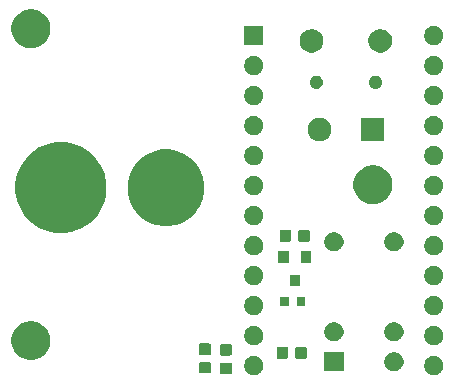
<source format=gbr>
G04 #@! TF.GenerationSoftware,KiCad,Pcbnew,5.0.1-33cea8e~66~ubuntu18.04.1*
G04 #@! TF.CreationDate,2018-10-18T18:40:30+09:00*
G04 #@! TF.ProjectId,touch_relay_jack,746F7563685F72656C61795F6A61636B,rev?*
G04 #@! TF.SameCoordinates,Original*
G04 #@! TF.FileFunction,Soldermask,Top*
G04 #@! TF.FilePolarity,Negative*
%FSLAX46Y46*%
G04 Gerber Fmt 4.6, Leading zero omitted, Abs format (unit mm)*
G04 Created by KiCad (PCBNEW 5.0.1-33cea8e~66~ubuntu18.04.1) date 2018年10月18日 18時40分30秒*
%MOMM*%
%LPD*%
G01*
G04 APERTURE LIST*
%ADD10C,0.100000*%
G04 APERTURE END LIST*
D10*
G36*
X120708142Y-115879242D02*
X120856102Y-115940530D01*
X120989258Y-116029502D01*
X121102498Y-116142742D01*
X121191470Y-116275898D01*
X121252758Y-116423858D01*
X121284000Y-116580925D01*
X121284000Y-116741075D01*
X121252758Y-116898142D01*
X121225686Y-116963498D01*
X121191471Y-117046100D01*
X121102499Y-117179257D01*
X120989257Y-117292499D01*
X120957666Y-117313607D01*
X120856102Y-117381470D01*
X120708142Y-117442758D01*
X120551075Y-117474000D01*
X120390925Y-117474000D01*
X120233858Y-117442758D01*
X120085898Y-117381470D01*
X119984334Y-117313607D01*
X119952743Y-117292499D01*
X119839501Y-117179257D01*
X119750529Y-117046100D01*
X119716314Y-116963498D01*
X119689242Y-116898142D01*
X119658000Y-116741075D01*
X119658000Y-116580925D01*
X119689242Y-116423858D01*
X119750530Y-116275898D01*
X119839502Y-116142742D01*
X119952742Y-116029502D01*
X120085898Y-115940530D01*
X120233858Y-115879242D01*
X120390925Y-115848000D01*
X120551075Y-115848000D01*
X120708142Y-115879242D01*
X120708142Y-115879242D01*
G37*
G36*
X105468142Y-115879242D02*
X105616102Y-115940530D01*
X105749258Y-116029502D01*
X105862498Y-116142742D01*
X105951470Y-116275898D01*
X106012758Y-116423858D01*
X106044000Y-116580925D01*
X106044000Y-116741075D01*
X106012758Y-116898142D01*
X105985686Y-116963498D01*
X105951471Y-117046100D01*
X105862499Y-117179257D01*
X105749257Y-117292499D01*
X105717666Y-117313607D01*
X105616102Y-117381470D01*
X105468142Y-117442758D01*
X105311075Y-117474000D01*
X105150925Y-117474000D01*
X104993858Y-117442758D01*
X104845898Y-117381470D01*
X104744334Y-117313607D01*
X104712743Y-117292499D01*
X104599501Y-117179257D01*
X104510529Y-117046100D01*
X104476314Y-116963498D01*
X104449242Y-116898142D01*
X104418000Y-116741075D01*
X104418000Y-116580925D01*
X104449242Y-116423858D01*
X104510530Y-116275898D01*
X104599502Y-116142742D01*
X104712742Y-116029502D01*
X104845898Y-115940530D01*
X104993858Y-115879242D01*
X105150925Y-115848000D01*
X105311075Y-115848000D01*
X105468142Y-115879242D01*
X105468142Y-115879242D01*
G37*
G36*
X103249591Y-116407085D02*
X103283569Y-116417393D01*
X103314887Y-116434133D01*
X103342339Y-116456661D01*
X103364867Y-116484113D01*
X103381607Y-116515431D01*
X103391915Y-116549409D01*
X103396000Y-116590890D01*
X103396000Y-117192110D01*
X103391915Y-117233591D01*
X103381607Y-117267569D01*
X103364867Y-117298887D01*
X103342339Y-117326339D01*
X103314887Y-117348867D01*
X103283569Y-117365607D01*
X103249591Y-117375915D01*
X103208110Y-117380000D01*
X102531890Y-117380000D01*
X102490409Y-117375915D01*
X102456431Y-117365607D01*
X102425113Y-117348867D01*
X102397661Y-117326339D01*
X102375133Y-117298887D01*
X102358393Y-117267569D01*
X102348085Y-117233591D01*
X102344000Y-117192110D01*
X102344000Y-116590890D01*
X102348085Y-116549409D01*
X102358393Y-116515431D01*
X102375133Y-116484113D01*
X102397661Y-116456661D01*
X102425113Y-116434133D01*
X102456431Y-116417393D01*
X102490409Y-116407085D01*
X102531890Y-116403000D01*
X103208110Y-116403000D01*
X103249591Y-116407085D01*
X103249591Y-116407085D01*
G37*
G36*
X101471591Y-116355085D02*
X101505569Y-116365393D01*
X101536887Y-116382133D01*
X101564339Y-116404661D01*
X101586867Y-116432113D01*
X101603607Y-116463431D01*
X101613915Y-116497409D01*
X101618000Y-116538890D01*
X101618000Y-117140110D01*
X101613915Y-117181591D01*
X101603607Y-117215569D01*
X101586867Y-117246887D01*
X101564339Y-117274339D01*
X101536887Y-117296867D01*
X101505569Y-117313607D01*
X101471591Y-117323915D01*
X101430110Y-117328000D01*
X100753890Y-117328000D01*
X100712409Y-117323915D01*
X100678431Y-117313607D01*
X100647113Y-117296867D01*
X100619661Y-117274339D01*
X100597133Y-117246887D01*
X100580393Y-117215569D01*
X100570085Y-117181591D01*
X100566000Y-117140110D01*
X100566000Y-116538890D01*
X100570085Y-116497409D01*
X100580393Y-116463431D01*
X100597133Y-116432113D01*
X100619661Y-116404661D01*
X100647113Y-116382133D01*
X100678431Y-116365393D01*
X100712409Y-116355085D01*
X100753890Y-116351000D01*
X101430110Y-116351000D01*
X101471591Y-116355085D01*
X101471591Y-116355085D01*
G37*
G36*
X112827000Y-117145000D02*
X111201000Y-117145000D01*
X111201000Y-115519000D01*
X112827000Y-115519000D01*
X112827000Y-117145000D01*
X112827000Y-117145000D01*
G37*
G36*
X117331142Y-115550242D02*
X117445583Y-115597646D01*
X117467179Y-115606591D01*
X117479102Y-115611530D01*
X117487453Y-115617110D01*
X117612257Y-115700501D01*
X117725499Y-115813743D01*
X117750894Y-115851750D01*
X117813349Y-115945220D01*
X117814471Y-115946900D01*
X117828354Y-115980417D01*
X117875758Y-116094858D01*
X117907000Y-116251925D01*
X117907000Y-116412075D01*
X117875758Y-116569142D01*
X117814470Y-116717102D01*
X117725498Y-116850258D01*
X117612258Y-116963498D01*
X117479102Y-117052470D01*
X117331142Y-117113758D01*
X117174075Y-117145000D01*
X117013925Y-117145000D01*
X116856858Y-117113758D01*
X116708898Y-117052470D01*
X116575742Y-116963498D01*
X116462502Y-116850258D01*
X116373530Y-116717102D01*
X116312242Y-116569142D01*
X116281000Y-116412075D01*
X116281000Y-116251925D01*
X116312242Y-116094858D01*
X116359646Y-115980417D01*
X116373529Y-115946900D01*
X116374652Y-115945220D01*
X116437106Y-115851750D01*
X116462501Y-115813743D01*
X116575743Y-115700501D01*
X116700547Y-115617110D01*
X116708898Y-115611530D01*
X116720822Y-115606591D01*
X116742417Y-115597646D01*
X116856858Y-115550242D01*
X117013925Y-115519000D01*
X117174075Y-115519000D01*
X117331142Y-115550242D01*
X117331142Y-115550242D01*
G37*
G36*
X86735256Y-112945298D02*
X86841579Y-112966447D01*
X87054037Y-113054450D01*
X87095272Y-113071530D01*
X87142042Y-113090903D01*
X87246202Y-113160501D01*
X87412454Y-113271587D01*
X87642413Y-113501546D01*
X87642415Y-113501549D01*
X87823097Y-113771958D01*
X87929627Y-114029143D01*
X87947553Y-114072422D01*
X88011000Y-114391389D01*
X88011000Y-114716611D01*
X87983052Y-114857113D01*
X87947553Y-115035579D01*
X87823097Y-115336042D01*
X87670038Y-115565110D01*
X87642413Y-115606454D01*
X87412454Y-115836413D01*
X87412451Y-115836415D01*
X87142042Y-116017097D01*
X87142041Y-116017098D01*
X87142040Y-116017098D01*
X87054037Y-116053550D01*
X86841579Y-116141553D01*
X86835601Y-116142742D01*
X86522611Y-116205000D01*
X86197389Y-116205000D01*
X85884399Y-116142742D01*
X85878421Y-116141553D01*
X85665963Y-116053550D01*
X85577960Y-116017098D01*
X85577959Y-116017098D01*
X85577958Y-116017097D01*
X85307549Y-115836415D01*
X85307546Y-115836413D01*
X85077587Y-115606454D01*
X85049962Y-115565110D01*
X84896903Y-115336042D01*
X84772447Y-115035579D01*
X84736948Y-114857113D01*
X84709000Y-114716611D01*
X84709000Y-114391389D01*
X84772447Y-114072422D01*
X84790374Y-114029143D01*
X84896903Y-113771958D01*
X85077585Y-113501549D01*
X85077587Y-113501546D01*
X85307546Y-113271587D01*
X85473798Y-113160501D01*
X85577958Y-113090903D01*
X85624729Y-113071530D01*
X85665963Y-113054450D01*
X85878421Y-112966447D01*
X85984744Y-112945298D01*
X86197389Y-112903000D01*
X86522611Y-112903000D01*
X86735256Y-112945298D01*
X86735256Y-112945298D01*
G37*
G36*
X107986591Y-115048085D02*
X108020569Y-115058393D01*
X108051887Y-115075133D01*
X108079339Y-115097661D01*
X108101867Y-115125113D01*
X108118607Y-115156431D01*
X108128915Y-115190409D01*
X108133000Y-115231890D01*
X108133000Y-115908110D01*
X108128915Y-115949591D01*
X108118607Y-115983569D01*
X108101867Y-116014887D01*
X108079339Y-116042339D01*
X108051887Y-116064867D01*
X108020569Y-116081607D01*
X107986591Y-116091915D01*
X107945110Y-116096000D01*
X107343890Y-116096000D01*
X107302409Y-116091915D01*
X107268431Y-116081607D01*
X107237113Y-116064867D01*
X107209661Y-116042339D01*
X107187133Y-116014887D01*
X107170393Y-115983569D01*
X107160085Y-115949591D01*
X107156000Y-115908110D01*
X107156000Y-115231890D01*
X107160085Y-115190409D01*
X107170393Y-115156431D01*
X107187133Y-115125113D01*
X107209661Y-115097661D01*
X107237113Y-115075133D01*
X107268431Y-115058393D01*
X107302409Y-115048085D01*
X107343890Y-115044000D01*
X107945110Y-115044000D01*
X107986591Y-115048085D01*
X107986591Y-115048085D01*
G37*
G36*
X109561591Y-115048085D02*
X109595569Y-115058393D01*
X109626887Y-115075133D01*
X109654339Y-115097661D01*
X109676867Y-115125113D01*
X109693607Y-115156431D01*
X109703915Y-115190409D01*
X109708000Y-115231890D01*
X109708000Y-115908110D01*
X109703915Y-115949591D01*
X109693607Y-115983569D01*
X109676867Y-116014887D01*
X109654339Y-116042339D01*
X109626887Y-116064867D01*
X109595569Y-116081607D01*
X109561591Y-116091915D01*
X109520110Y-116096000D01*
X108918890Y-116096000D01*
X108877409Y-116091915D01*
X108843431Y-116081607D01*
X108812113Y-116064867D01*
X108784661Y-116042339D01*
X108762133Y-116014887D01*
X108745393Y-115983569D01*
X108735085Y-115949591D01*
X108731000Y-115908110D01*
X108731000Y-115231890D01*
X108735085Y-115190409D01*
X108745393Y-115156431D01*
X108762133Y-115125113D01*
X108784661Y-115097661D01*
X108812113Y-115075133D01*
X108843431Y-115058393D01*
X108877409Y-115048085D01*
X108918890Y-115044000D01*
X109520110Y-115044000D01*
X109561591Y-115048085D01*
X109561591Y-115048085D01*
G37*
G36*
X103249591Y-114832085D02*
X103283569Y-114842393D01*
X103314887Y-114859133D01*
X103342339Y-114881661D01*
X103364867Y-114909113D01*
X103381607Y-114940431D01*
X103391915Y-114974409D01*
X103396000Y-115015890D01*
X103396000Y-115617110D01*
X103391915Y-115658591D01*
X103381607Y-115692569D01*
X103364867Y-115723887D01*
X103342339Y-115751339D01*
X103314887Y-115773867D01*
X103283569Y-115790607D01*
X103249591Y-115800915D01*
X103208110Y-115805000D01*
X102531890Y-115805000D01*
X102490409Y-115800915D01*
X102456431Y-115790607D01*
X102425113Y-115773867D01*
X102397661Y-115751339D01*
X102375133Y-115723887D01*
X102358393Y-115692569D01*
X102348085Y-115658591D01*
X102344000Y-115617110D01*
X102344000Y-115015890D01*
X102348085Y-114974409D01*
X102358393Y-114940431D01*
X102375133Y-114909113D01*
X102397661Y-114881661D01*
X102425113Y-114859133D01*
X102456431Y-114842393D01*
X102490409Y-114832085D01*
X102531890Y-114828000D01*
X103208110Y-114828000D01*
X103249591Y-114832085D01*
X103249591Y-114832085D01*
G37*
G36*
X101471591Y-114780085D02*
X101505569Y-114790393D01*
X101536887Y-114807133D01*
X101564339Y-114829661D01*
X101586867Y-114857113D01*
X101603607Y-114888431D01*
X101613915Y-114922409D01*
X101618000Y-114963890D01*
X101618000Y-115565110D01*
X101613915Y-115606591D01*
X101603607Y-115640569D01*
X101586867Y-115671887D01*
X101564339Y-115699339D01*
X101536887Y-115721867D01*
X101505569Y-115738607D01*
X101471591Y-115748915D01*
X101430110Y-115753000D01*
X100753890Y-115753000D01*
X100712409Y-115748915D01*
X100678431Y-115738607D01*
X100647113Y-115721867D01*
X100619661Y-115699339D01*
X100597133Y-115671887D01*
X100580393Y-115640569D01*
X100570085Y-115606591D01*
X100566000Y-115565110D01*
X100566000Y-114963890D01*
X100570085Y-114922409D01*
X100580393Y-114888431D01*
X100597133Y-114857113D01*
X100619661Y-114829661D01*
X100647113Y-114807133D01*
X100678431Y-114790393D01*
X100712409Y-114780085D01*
X100753890Y-114776000D01*
X101430110Y-114776000D01*
X101471591Y-114780085D01*
X101471591Y-114780085D01*
G37*
G36*
X120708142Y-113339242D02*
X120856102Y-113400530D01*
X120989258Y-113489502D01*
X121102498Y-113602742D01*
X121191470Y-113735898D01*
X121252758Y-113883858D01*
X121284000Y-114040925D01*
X121284000Y-114201075D01*
X121252758Y-114358142D01*
X121225686Y-114423498D01*
X121191471Y-114506100D01*
X121125389Y-114605000D01*
X121102498Y-114639258D01*
X120989258Y-114752498D01*
X120856102Y-114841470D01*
X120856101Y-114841471D01*
X120856100Y-114841471D01*
X120822583Y-114855354D01*
X120708142Y-114902758D01*
X120551075Y-114934000D01*
X120390925Y-114934000D01*
X120233858Y-114902758D01*
X120119417Y-114855354D01*
X120085900Y-114841471D01*
X120085899Y-114841471D01*
X120085898Y-114841470D01*
X119952742Y-114752498D01*
X119839502Y-114639258D01*
X119816612Y-114605000D01*
X119750529Y-114506100D01*
X119716314Y-114423498D01*
X119689242Y-114358142D01*
X119658000Y-114201075D01*
X119658000Y-114040925D01*
X119689242Y-113883858D01*
X119750530Y-113735898D01*
X119839502Y-113602742D01*
X119952742Y-113489502D01*
X120085898Y-113400530D01*
X120233858Y-113339242D01*
X120390925Y-113308000D01*
X120551075Y-113308000D01*
X120708142Y-113339242D01*
X120708142Y-113339242D01*
G37*
G36*
X105468142Y-113339242D02*
X105616102Y-113400530D01*
X105749258Y-113489502D01*
X105862498Y-113602742D01*
X105951470Y-113735898D01*
X106012758Y-113883858D01*
X106044000Y-114040925D01*
X106044000Y-114201075D01*
X106012758Y-114358142D01*
X105985686Y-114423498D01*
X105951471Y-114506100D01*
X105885389Y-114605000D01*
X105862498Y-114639258D01*
X105749258Y-114752498D01*
X105616102Y-114841470D01*
X105616101Y-114841471D01*
X105616100Y-114841471D01*
X105582583Y-114855354D01*
X105468142Y-114902758D01*
X105311075Y-114934000D01*
X105150925Y-114934000D01*
X104993858Y-114902758D01*
X104879417Y-114855354D01*
X104845900Y-114841471D01*
X104845899Y-114841471D01*
X104845898Y-114841470D01*
X104712742Y-114752498D01*
X104599502Y-114639258D01*
X104576612Y-114605000D01*
X104510529Y-114506100D01*
X104476314Y-114423498D01*
X104449242Y-114358142D01*
X104418000Y-114201075D01*
X104418000Y-114040925D01*
X104449242Y-113883858D01*
X104510530Y-113735898D01*
X104599502Y-113602742D01*
X104712742Y-113489502D01*
X104845898Y-113400530D01*
X104993858Y-113339242D01*
X105150925Y-113308000D01*
X105311075Y-113308000D01*
X105468142Y-113339242D01*
X105468142Y-113339242D01*
G37*
G36*
X112251142Y-113010242D02*
X112399102Y-113071530D01*
X112466130Y-113116317D01*
X112532257Y-113160501D01*
X112645499Y-113273743D01*
X112689264Y-113339242D01*
X112734470Y-113406898D01*
X112795758Y-113554858D01*
X112827000Y-113711925D01*
X112827000Y-113872075D01*
X112795758Y-114029142D01*
X112734470Y-114177102D01*
X112645498Y-114310258D01*
X112532258Y-114423498D01*
X112399102Y-114512470D01*
X112251142Y-114573758D01*
X112094075Y-114605000D01*
X111933925Y-114605000D01*
X111776858Y-114573758D01*
X111628898Y-114512470D01*
X111495742Y-114423498D01*
X111382502Y-114310258D01*
X111293530Y-114177102D01*
X111232242Y-114029142D01*
X111201000Y-113872075D01*
X111201000Y-113711925D01*
X111232242Y-113554858D01*
X111293530Y-113406898D01*
X111338736Y-113339242D01*
X111382501Y-113273743D01*
X111495743Y-113160501D01*
X111561870Y-113116317D01*
X111628898Y-113071530D01*
X111776858Y-113010242D01*
X111933925Y-112979000D01*
X112094075Y-112979000D01*
X112251142Y-113010242D01*
X112251142Y-113010242D01*
G37*
G36*
X117331142Y-113010242D02*
X117479102Y-113071530D01*
X117546130Y-113116317D01*
X117612257Y-113160501D01*
X117725499Y-113273743D01*
X117769264Y-113339242D01*
X117814470Y-113406898D01*
X117875758Y-113554858D01*
X117907000Y-113711925D01*
X117907000Y-113872075D01*
X117875758Y-114029142D01*
X117814470Y-114177102D01*
X117725498Y-114310258D01*
X117612258Y-114423498D01*
X117479102Y-114512470D01*
X117331142Y-114573758D01*
X117174075Y-114605000D01*
X117013925Y-114605000D01*
X116856858Y-114573758D01*
X116708898Y-114512470D01*
X116575742Y-114423498D01*
X116462502Y-114310258D01*
X116373530Y-114177102D01*
X116312242Y-114029142D01*
X116281000Y-113872075D01*
X116281000Y-113711925D01*
X116312242Y-113554858D01*
X116373530Y-113406898D01*
X116418736Y-113339242D01*
X116462501Y-113273743D01*
X116575743Y-113160501D01*
X116641870Y-113116317D01*
X116708898Y-113071530D01*
X116856858Y-113010242D01*
X117013925Y-112979000D01*
X117174075Y-112979000D01*
X117331142Y-113010242D01*
X117331142Y-113010242D01*
G37*
G36*
X120708142Y-110799242D02*
X120856102Y-110860530D01*
X120989258Y-110949502D01*
X121102498Y-111062742D01*
X121191470Y-111195898D01*
X121252758Y-111343858D01*
X121284000Y-111500925D01*
X121284000Y-111661075D01*
X121252758Y-111818142D01*
X121191470Y-111966102D01*
X121102498Y-112099258D01*
X120989258Y-112212498D01*
X120856102Y-112301470D01*
X120708142Y-112362758D01*
X120551075Y-112394000D01*
X120390925Y-112394000D01*
X120233858Y-112362758D01*
X120085898Y-112301470D01*
X119952742Y-112212498D01*
X119839502Y-112099258D01*
X119750530Y-111966102D01*
X119689242Y-111818142D01*
X119658000Y-111661075D01*
X119658000Y-111500925D01*
X119689242Y-111343858D01*
X119750530Y-111195898D01*
X119839502Y-111062742D01*
X119952742Y-110949502D01*
X120085898Y-110860530D01*
X120233858Y-110799242D01*
X120390925Y-110768000D01*
X120551075Y-110768000D01*
X120708142Y-110799242D01*
X120708142Y-110799242D01*
G37*
G36*
X105468142Y-110799242D02*
X105616102Y-110860530D01*
X105749258Y-110949502D01*
X105862498Y-111062742D01*
X105951470Y-111195898D01*
X106012758Y-111343858D01*
X106044000Y-111500925D01*
X106044000Y-111661075D01*
X106012758Y-111818142D01*
X105951470Y-111966102D01*
X105862498Y-112099258D01*
X105749258Y-112212498D01*
X105616102Y-112301470D01*
X105468142Y-112362758D01*
X105311075Y-112394000D01*
X105150925Y-112394000D01*
X104993858Y-112362758D01*
X104845898Y-112301470D01*
X104712742Y-112212498D01*
X104599502Y-112099258D01*
X104510530Y-111966102D01*
X104449242Y-111818142D01*
X104418000Y-111661075D01*
X104418000Y-111500925D01*
X104449242Y-111343858D01*
X104510530Y-111195898D01*
X104599502Y-111062742D01*
X104712742Y-110949502D01*
X104845898Y-110860530D01*
X104993858Y-110799242D01*
X105150925Y-110768000D01*
X105311075Y-110768000D01*
X105468142Y-110799242D01*
X105468142Y-110799242D01*
G37*
G36*
X108171000Y-111653000D02*
X107469000Y-111653000D01*
X107469000Y-110851000D01*
X108171000Y-110851000D01*
X108171000Y-111653000D01*
X108171000Y-111653000D01*
G37*
G36*
X109571000Y-111653000D02*
X108869000Y-111653000D01*
X108869000Y-110851000D01*
X109571000Y-110851000D01*
X109571000Y-111653000D01*
X109571000Y-111653000D01*
G37*
G36*
X109163000Y-109959000D02*
X108261000Y-109959000D01*
X108261000Y-108957000D01*
X109163000Y-108957000D01*
X109163000Y-109959000D01*
X109163000Y-109959000D01*
G37*
G36*
X105468142Y-108259242D02*
X105616102Y-108320530D01*
X105749258Y-108409502D01*
X105862498Y-108522742D01*
X105951470Y-108655898D01*
X106012758Y-108803858D01*
X106044000Y-108960925D01*
X106044000Y-109121075D01*
X106012758Y-109278142D01*
X105951470Y-109426102D01*
X105862498Y-109559258D01*
X105749258Y-109672498D01*
X105616102Y-109761470D01*
X105468142Y-109822758D01*
X105311075Y-109854000D01*
X105150925Y-109854000D01*
X104993858Y-109822758D01*
X104845898Y-109761470D01*
X104712742Y-109672498D01*
X104599502Y-109559258D01*
X104510530Y-109426102D01*
X104449242Y-109278142D01*
X104418000Y-109121075D01*
X104418000Y-108960925D01*
X104449242Y-108803858D01*
X104510530Y-108655898D01*
X104599502Y-108522742D01*
X104712742Y-108409502D01*
X104845898Y-108320530D01*
X104993858Y-108259242D01*
X105150925Y-108228000D01*
X105311075Y-108228000D01*
X105468142Y-108259242D01*
X105468142Y-108259242D01*
G37*
G36*
X120708142Y-108259242D02*
X120856102Y-108320530D01*
X120989258Y-108409502D01*
X121102498Y-108522742D01*
X121191470Y-108655898D01*
X121252758Y-108803858D01*
X121284000Y-108960925D01*
X121284000Y-109121075D01*
X121252758Y-109278142D01*
X121191470Y-109426102D01*
X121102498Y-109559258D01*
X120989258Y-109672498D01*
X120856102Y-109761470D01*
X120708142Y-109822758D01*
X120551075Y-109854000D01*
X120390925Y-109854000D01*
X120233858Y-109822758D01*
X120085898Y-109761470D01*
X119952742Y-109672498D01*
X119839502Y-109559258D01*
X119750530Y-109426102D01*
X119689242Y-109278142D01*
X119658000Y-109121075D01*
X119658000Y-108960925D01*
X119689242Y-108803858D01*
X119750530Y-108655898D01*
X119839502Y-108522742D01*
X119952742Y-108409502D01*
X120085898Y-108320530D01*
X120233858Y-108259242D01*
X120390925Y-108228000D01*
X120551075Y-108228000D01*
X120708142Y-108259242D01*
X120708142Y-108259242D01*
G37*
G36*
X108213000Y-107959000D02*
X107311000Y-107959000D01*
X107311000Y-106957000D01*
X108213000Y-106957000D01*
X108213000Y-107959000D01*
X108213000Y-107959000D01*
G37*
G36*
X110113000Y-107959000D02*
X109211000Y-107959000D01*
X109211000Y-106957000D01*
X110113000Y-106957000D01*
X110113000Y-107959000D01*
X110113000Y-107959000D01*
G37*
G36*
X105468142Y-105719242D02*
X105616102Y-105780530D01*
X105625632Y-105786898D01*
X105749257Y-105869501D01*
X105862499Y-105982743D01*
X105900235Y-106039220D01*
X105951470Y-106115898D01*
X106012758Y-106263858D01*
X106044000Y-106420925D01*
X106044000Y-106581075D01*
X106012758Y-106738142D01*
X105985686Y-106803498D01*
X105951471Y-106886100D01*
X105885389Y-106985000D01*
X105862498Y-107019258D01*
X105749258Y-107132498D01*
X105616102Y-107221470D01*
X105468142Y-107282758D01*
X105311075Y-107314000D01*
X105150925Y-107314000D01*
X104993858Y-107282758D01*
X104845898Y-107221470D01*
X104712742Y-107132498D01*
X104599502Y-107019258D01*
X104576612Y-106985000D01*
X104510529Y-106886100D01*
X104476314Y-106803498D01*
X104449242Y-106738142D01*
X104418000Y-106581075D01*
X104418000Y-106420925D01*
X104449242Y-106263858D01*
X104510530Y-106115898D01*
X104561765Y-106039220D01*
X104599501Y-105982743D01*
X104712743Y-105869501D01*
X104836368Y-105786898D01*
X104845898Y-105780530D01*
X104993858Y-105719242D01*
X105150925Y-105688000D01*
X105311075Y-105688000D01*
X105468142Y-105719242D01*
X105468142Y-105719242D01*
G37*
G36*
X120708142Y-105719242D02*
X120856102Y-105780530D01*
X120865632Y-105786898D01*
X120989257Y-105869501D01*
X121102499Y-105982743D01*
X121140235Y-106039220D01*
X121191470Y-106115898D01*
X121252758Y-106263858D01*
X121284000Y-106420925D01*
X121284000Y-106581075D01*
X121252758Y-106738142D01*
X121225686Y-106803498D01*
X121191471Y-106886100D01*
X121125389Y-106985000D01*
X121102498Y-107019258D01*
X120989258Y-107132498D01*
X120856102Y-107221470D01*
X120708142Y-107282758D01*
X120551075Y-107314000D01*
X120390925Y-107314000D01*
X120233858Y-107282758D01*
X120085898Y-107221470D01*
X119952742Y-107132498D01*
X119839502Y-107019258D01*
X119816612Y-106985000D01*
X119750529Y-106886100D01*
X119716314Y-106803498D01*
X119689242Y-106738142D01*
X119658000Y-106581075D01*
X119658000Y-106420925D01*
X119689242Y-106263858D01*
X119750530Y-106115898D01*
X119801765Y-106039220D01*
X119839501Y-105982743D01*
X119952743Y-105869501D01*
X120076368Y-105786898D01*
X120085898Y-105780530D01*
X120233858Y-105719242D01*
X120390925Y-105688000D01*
X120551075Y-105688000D01*
X120708142Y-105719242D01*
X120708142Y-105719242D01*
G37*
G36*
X117331142Y-105390242D02*
X117445583Y-105437646D01*
X117477823Y-105451000D01*
X117479102Y-105451530D01*
X117546130Y-105496317D01*
X117612257Y-105540501D01*
X117725499Y-105653743D01*
X117769264Y-105719242D01*
X117814470Y-105786898D01*
X117875758Y-105934858D01*
X117907000Y-106091925D01*
X117907000Y-106252075D01*
X117875758Y-106409142D01*
X117814470Y-106557102D01*
X117725498Y-106690258D01*
X117612258Y-106803498D01*
X117479102Y-106892470D01*
X117331142Y-106953758D01*
X117174075Y-106985000D01*
X117013925Y-106985000D01*
X116856858Y-106953758D01*
X116708898Y-106892470D01*
X116575742Y-106803498D01*
X116462502Y-106690258D01*
X116373530Y-106557102D01*
X116312242Y-106409142D01*
X116281000Y-106252075D01*
X116281000Y-106091925D01*
X116312242Y-105934858D01*
X116373530Y-105786898D01*
X116418736Y-105719242D01*
X116462501Y-105653743D01*
X116575743Y-105540501D01*
X116641870Y-105496317D01*
X116708898Y-105451530D01*
X116710178Y-105451000D01*
X116742417Y-105437646D01*
X116856858Y-105390242D01*
X117013925Y-105359000D01*
X117174075Y-105359000D01*
X117331142Y-105390242D01*
X117331142Y-105390242D01*
G37*
G36*
X112251142Y-105390242D02*
X112365583Y-105437646D01*
X112397823Y-105451000D01*
X112399102Y-105451530D01*
X112466130Y-105496317D01*
X112532257Y-105540501D01*
X112645499Y-105653743D01*
X112689264Y-105719242D01*
X112734470Y-105786898D01*
X112795758Y-105934858D01*
X112827000Y-106091925D01*
X112827000Y-106252075D01*
X112795758Y-106409142D01*
X112734470Y-106557102D01*
X112645498Y-106690258D01*
X112532258Y-106803498D01*
X112399102Y-106892470D01*
X112251142Y-106953758D01*
X112094075Y-106985000D01*
X111933925Y-106985000D01*
X111776858Y-106953758D01*
X111628898Y-106892470D01*
X111495742Y-106803498D01*
X111382502Y-106690258D01*
X111293530Y-106557102D01*
X111232242Y-106409142D01*
X111201000Y-106252075D01*
X111201000Y-106091925D01*
X111232242Y-105934858D01*
X111293530Y-105786898D01*
X111338736Y-105719242D01*
X111382501Y-105653743D01*
X111495743Y-105540501D01*
X111561870Y-105496317D01*
X111628898Y-105451530D01*
X111630178Y-105451000D01*
X111662417Y-105437646D01*
X111776858Y-105390242D01*
X111933925Y-105359000D01*
X112094075Y-105359000D01*
X112251142Y-105390242D01*
X112251142Y-105390242D01*
G37*
G36*
X109815591Y-105142085D02*
X109849569Y-105152393D01*
X109880887Y-105169133D01*
X109908339Y-105191661D01*
X109930867Y-105219113D01*
X109947607Y-105250431D01*
X109957915Y-105284409D01*
X109962000Y-105325890D01*
X109962000Y-106002110D01*
X109957915Y-106043591D01*
X109947607Y-106077569D01*
X109930867Y-106108887D01*
X109908339Y-106136339D01*
X109880887Y-106158867D01*
X109849569Y-106175607D01*
X109815591Y-106185915D01*
X109774110Y-106190000D01*
X109172890Y-106190000D01*
X109131409Y-106185915D01*
X109097431Y-106175607D01*
X109066113Y-106158867D01*
X109038661Y-106136339D01*
X109016133Y-106108887D01*
X108999393Y-106077569D01*
X108989085Y-106043591D01*
X108985000Y-106002110D01*
X108985000Y-105325890D01*
X108989085Y-105284409D01*
X108999393Y-105250431D01*
X109016133Y-105219113D01*
X109038661Y-105191661D01*
X109066113Y-105169133D01*
X109097431Y-105152393D01*
X109131409Y-105142085D01*
X109172890Y-105138000D01*
X109774110Y-105138000D01*
X109815591Y-105142085D01*
X109815591Y-105142085D01*
G37*
G36*
X108240591Y-105142085D02*
X108274569Y-105152393D01*
X108305887Y-105169133D01*
X108333339Y-105191661D01*
X108355867Y-105219113D01*
X108372607Y-105250431D01*
X108382915Y-105284409D01*
X108387000Y-105325890D01*
X108387000Y-106002110D01*
X108382915Y-106043591D01*
X108372607Y-106077569D01*
X108355867Y-106108887D01*
X108333339Y-106136339D01*
X108305887Y-106158867D01*
X108274569Y-106175607D01*
X108240591Y-106185915D01*
X108199110Y-106190000D01*
X107597890Y-106190000D01*
X107556409Y-106185915D01*
X107522431Y-106175607D01*
X107491113Y-106158867D01*
X107463661Y-106136339D01*
X107441133Y-106108887D01*
X107424393Y-106077569D01*
X107414085Y-106043591D01*
X107410000Y-106002110D01*
X107410000Y-105325890D01*
X107414085Y-105284409D01*
X107424393Y-105250431D01*
X107441133Y-105219113D01*
X107463661Y-105191661D01*
X107491113Y-105169133D01*
X107522431Y-105152393D01*
X107556409Y-105142085D01*
X107597890Y-105138000D01*
X108199110Y-105138000D01*
X108240591Y-105142085D01*
X108240591Y-105142085D01*
G37*
G36*
X89775293Y-97847661D02*
X90023295Y-97896992D01*
X90724132Y-98187288D01*
X91153128Y-98473934D01*
X91354872Y-98608735D01*
X91891265Y-99145128D01*
X91891267Y-99145131D01*
X92312712Y-99775868D01*
X92430434Y-100060075D01*
X92603008Y-100476706D01*
X92751000Y-101220708D01*
X92751000Y-101979292D01*
X92700335Y-102234000D01*
X92603008Y-102723295D01*
X92312712Y-103424132D01*
X92007492Y-103880926D01*
X91891265Y-104054872D01*
X91354872Y-104591265D01*
X91354869Y-104591267D01*
X90724132Y-105012712D01*
X90023295Y-105303008D01*
X89775293Y-105352339D01*
X89279292Y-105451000D01*
X88520708Y-105451000D01*
X88024707Y-105352339D01*
X87776705Y-105303008D01*
X87075868Y-105012712D01*
X86445131Y-104591267D01*
X86445128Y-104591265D01*
X85908735Y-104054872D01*
X85792508Y-103880926D01*
X85487288Y-103424132D01*
X85196992Y-102723295D01*
X85099665Y-102234000D01*
X85049000Y-101979292D01*
X85049000Y-101220708D01*
X85196992Y-100476706D01*
X85369566Y-100060075D01*
X85487288Y-99775868D01*
X85908733Y-99145131D01*
X85908735Y-99145128D01*
X86445128Y-98608735D01*
X86646872Y-98473934D01*
X87075868Y-98187288D01*
X87776705Y-97896992D01*
X88024707Y-97847661D01*
X88520708Y-97749000D01*
X89279292Y-97749000D01*
X89775293Y-97847661D01*
X89775293Y-97847661D01*
G37*
G36*
X98424239Y-98411467D02*
X98738282Y-98473934D01*
X99329926Y-98719001D01*
X99858802Y-99072385D01*
X99862395Y-99074786D01*
X100315214Y-99527605D01*
X100315216Y-99527608D01*
X100670999Y-100060074D01*
X100916066Y-100651718D01*
X100916066Y-100651719D01*
X101041000Y-101279803D01*
X101041000Y-101920197D01*
X101029245Y-101979292D01*
X100916066Y-102548282D01*
X100670999Y-103139926D01*
X100544328Y-103329502D01*
X100315214Y-103672395D01*
X99862395Y-104125214D01*
X99862392Y-104125216D01*
X99329926Y-104480999D01*
X98738282Y-104726066D01*
X98497301Y-104774000D01*
X98110197Y-104851000D01*
X97469803Y-104851000D01*
X97082699Y-104774000D01*
X96841718Y-104726066D01*
X96250074Y-104480999D01*
X95717608Y-104125216D01*
X95717605Y-104125214D01*
X95264786Y-103672395D01*
X95035672Y-103329502D01*
X94909001Y-103139926D01*
X94663934Y-102548282D01*
X94550755Y-101979292D01*
X94539000Y-101920197D01*
X94539000Y-101279803D01*
X94663934Y-100651719D01*
X94663934Y-100651718D01*
X94909001Y-100060074D01*
X95264784Y-99527608D01*
X95264786Y-99527605D01*
X95717605Y-99074786D01*
X95721198Y-99072385D01*
X96250074Y-98719001D01*
X96841718Y-98473934D01*
X97155761Y-98411467D01*
X97469803Y-98349000D01*
X98110197Y-98349000D01*
X98424239Y-98411467D01*
X98424239Y-98411467D01*
G37*
G36*
X105468142Y-103179242D02*
X105616102Y-103240530D01*
X105749258Y-103329502D01*
X105862498Y-103442742D01*
X105951470Y-103575898D01*
X106012758Y-103723858D01*
X106044000Y-103880925D01*
X106044000Y-104041075D01*
X106012758Y-104198142D01*
X105951470Y-104346102D01*
X105862498Y-104479258D01*
X105749258Y-104592498D01*
X105616102Y-104681470D01*
X105468142Y-104742758D01*
X105311075Y-104774000D01*
X105150925Y-104774000D01*
X104993858Y-104742758D01*
X104845898Y-104681470D01*
X104712742Y-104592498D01*
X104599502Y-104479258D01*
X104510530Y-104346102D01*
X104449242Y-104198142D01*
X104418000Y-104041075D01*
X104418000Y-103880925D01*
X104449242Y-103723858D01*
X104510530Y-103575898D01*
X104599502Y-103442742D01*
X104712742Y-103329502D01*
X104845898Y-103240530D01*
X104993858Y-103179242D01*
X105150925Y-103148000D01*
X105311075Y-103148000D01*
X105468142Y-103179242D01*
X105468142Y-103179242D01*
G37*
G36*
X120708142Y-103179242D02*
X120856102Y-103240530D01*
X120989258Y-103329502D01*
X121102498Y-103442742D01*
X121191470Y-103575898D01*
X121252758Y-103723858D01*
X121284000Y-103880925D01*
X121284000Y-104041075D01*
X121252758Y-104198142D01*
X121191470Y-104346102D01*
X121102498Y-104479258D01*
X120989258Y-104592498D01*
X120856102Y-104681470D01*
X120708142Y-104742758D01*
X120551075Y-104774000D01*
X120390925Y-104774000D01*
X120233858Y-104742758D01*
X120085898Y-104681470D01*
X119952742Y-104592498D01*
X119839502Y-104479258D01*
X119750530Y-104346102D01*
X119689242Y-104198142D01*
X119658000Y-104041075D01*
X119658000Y-103880925D01*
X119689242Y-103723858D01*
X119750530Y-103575898D01*
X119839502Y-103442742D01*
X119952742Y-103329502D01*
X120085898Y-103240530D01*
X120233858Y-103179242D01*
X120390925Y-103148000D01*
X120551075Y-103148000D01*
X120708142Y-103179242D01*
X120708142Y-103179242D01*
G37*
G36*
X115691256Y-99737298D02*
X115797579Y-99758447D01*
X116098042Y-99882903D01*
X116363196Y-100060074D01*
X116368454Y-100063587D01*
X116598413Y-100293546D01*
X116598415Y-100293549D01*
X116779097Y-100563958D01*
X116903553Y-100864421D01*
X116967000Y-101183391D01*
X116967000Y-101508609D01*
X116903553Y-101827579D01*
X116779097Y-102128042D01*
X116770124Y-102141471D01*
X116598413Y-102398454D01*
X116368454Y-102628413D01*
X116368451Y-102628415D01*
X116098042Y-102809097D01*
X115797579Y-102933553D01*
X115691256Y-102954702D01*
X115478611Y-102997000D01*
X115153389Y-102997000D01*
X114940744Y-102954702D01*
X114834421Y-102933553D01*
X114533958Y-102809097D01*
X114263549Y-102628415D01*
X114263546Y-102628413D01*
X114033587Y-102398454D01*
X113861876Y-102141471D01*
X113852903Y-102128042D01*
X113728447Y-101827579D01*
X113665000Y-101508609D01*
X113665000Y-101183391D01*
X113728447Y-100864421D01*
X113852903Y-100563958D01*
X114033585Y-100293549D01*
X114033587Y-100293546D01*
X114263546Y-100063587D01*
X114268804Y-100060074D01*
X114533958Y-99882903D01*
X114834421Y-99758447D01*
X114940744Y-99737298D01*
X115153389Y-99695000D01*
X115478611Y-99695000D01*
X115691256Y-99737298D01*
X115691256Y-99737298D01*
G37*
G36*
X105468142Y-100639242D02*
X105616102Y-100700530D01*
X105749258Y-100789502D01*
X105862498Y-100902742D01*
X105951470Y-101035898D01*
X106012758Y-101183858D01*
X106044000Y-101340925D01*
X106044000Y-101501075D01*
X106012758Y-101658142D01*
X105951470Y-101806102D01*
X105862498Y-101939258D01*
X105749258Y-102052498D01*
X105616102Y-102141470D01*
X105468142Y-102202758D01*
X105311075Y-102234000D01*
X105150925Y-102234000D01*
X104993858Y-102202758D01*
X104845898Y-102141470D01*
X104712742Y-102052498D01*
X104599502Y-101939258D01*
X104510530Y-101806102D01*
X104449242Y-101658142D01*
X104418000Y-101501075D01*
X104418000Y-101340925D01*
X104449242Y-101183858D01*
X104510530Y-101035898D01*
X104599502Y-100902742D01*
X104712742Y-100789502D01*
X104845898Y-100700530D01*
X104993858Y-100639242D01*
X105150925Y-100608000D01*
X105311075Y-100608000D01*
X105468142Y-100639242D01*
X105468142Y-100639242D01*
G37*
G36*
X120708142Y-100639242D02*
X120856102Y-100700530D01*
X120989258Y-100789502D01*
X121102498Y-100902742D01*
X121191470Y-101035898D01*
X121252758Y-101183858D01*
X121284000Y-101340925D01*
X121284000Y-101501075D01*
X121252758Y-101658142D01*
X121191470Y-101806102D01*
X121102498Y-101939258D01*
X120989258Y-102052498D01*
X120856102Y-102141470D01*
X120708142Y-102202758D01*
X120551075Y-102234000D01*
X120390925Y-102234000D01*
X120233858Y-102202758D01*
X120085898Y-102141470D01*
X119952742Y-102052498D01*
X119839502Y-101939258D01*
X119750530Y-101806102D01*
X119689242Y-101658142D01*
X119658000Y-101501075D01*
X119658000Y-101340925D01*
X119689242Y-101183858D01*
X119750530Y-101035898D01*
X119839502Y-100902742D01*
X119952742Y-100789502D01*
X120085898Y-100700530D01*
X120233858Y-100639242D01*
X120390925Y-100608000D01*
X120551075Y-100608000D01*
X120708142Y-100639242D01*
X120708142Y-100639242D01*
G37*
G36*
X120708142Y-98099242D02*
X120856102Y-98160530D01*
X120989258Y-98249502D01*
X121102498Y-98362742D01*
X121191470Y-98495898D01*
X121252758Y-98643858D01*
X121284000Y-98800925D01*
X121284000Y-98961075D01*
X121252758Y-99118142D01*
X121205354Y-99232583D01*
X121191471Y-99266100D01*
X121102499Y-99399257D01*
X120989257Y-99512499D01*
X120923130Y-99556683D01*
X120856102Y-99601470D01*
X120708142Y-99662758D01*
X120551075Y-99694000D01*
X120390925Y-99694000D01*
X120233858Y-99662758D01*
X120085898Y-99601470D01*
X120018870Y-99556683D01*
X119952743Y-99512499D01*
X119839501Y-99399257D01*
X119750529Y-99266100D01*
X119736646Y-99232583D01*
X119689242Y-99118142D01*
X119658000Y-98961075D01*
X119658000Y-98800925D01*
X119689242Y-98643858D01*
X119750530Y-98495898D01*
X119839502Y-98362742D01*
X119952742Y-98249502D01*
X120085898Y-98160530D01*
X120233858Y-98099242D01*
X120390925Y-98068000D01*
X120551075Y-98068000D01*
X120708142Y-98099242D01*
X120708142Y-98099242D01*
G37*
G36*
X105468142Y-98099242D02*
X105616102Y-98160530D01*
X105749258Y-98249502D01*
X105862498Y-98362742D01*
X105951470Y-98495898D01*
X106012758Y-98643858D01*
X106044000Y-98800925D01*
X106044000Y-98961075D01*
X106012758Y-99118142D01*
X105965354Y-99232583D01*
X105951471Y-99266100D01*
X105862499Y-99399257D01*
X105749257Y-99512499D01*
X105683130Y-99556683D01*
X105616102Y-99601470D01*
X105468142Y-99662758D01*
X105311075Y-99694000D01*
X105150925Y-99694000D01*
X104993858Y-99662758D01*
X104845898Y-99601470D01*
X104778870Y-99556683D01*
X104712743Y-99512499D01*
X104599501Y-99399257D01*
X104510529Y-99266100D01*
X104496646Y-99232583D01*
X104449242Y-99118142D01*
X104418000Y-98961075D01*
X104418000Y-98800925D01*
X104449242Y-98643858D01*
X104510530Y-98495898D01*
X104599502Y-98362742D01*
X104712742Y-98249502D01*
X104845898Y-98160530D01*
X104993858Y-98099242D01*
X105150925Y-98068000D01*
X105311075Y-98068000D01*
X105468142Y-98099242D01*
X105468142Y-98099242D01*
G37*
G36*
X111071981Y-95707468D02*
X111254150Y-95782925D01*
X111418103Y-95892475D01*
X111557525Y-96031897D01*
X111667075Y-96195850D01*
X111742532Y-96378019D01*
X111781000Y-96571410D01*
X111781000Y-96768590D01*
X111742532Y-96961981D01*
X111667075Y-97144150D01*
X111557525Y-97308103D01*
X111418103Y-97447525D01*
X111254150Y-97557075D01*
X111071981Y-97632532D01*
X110878590Y-97671000D01*
X110681410Y-97671000D01*
X110488019Y-97632532D01*
X110305850Y-97557075D01*
X110141897Y-97447525D01*
X110002475Y-97308103D01*
X109892925Y-97144150D01*
X109817468Y-96961981D01*
X109779000Y-96768590D01*
X109779000Y-96571410D01*
X109817468Y-96378019D01*
X109892925Y-96195850D01*
X110002475Y-96031897D01*
X110141897Y-95892475D01*
X110305850Y-95782925D01*
X110488019Y-95707468D01*
X110681410Y-95669000D01*
X110878590Y-95669000D01*
X111071981Y-95707468D01*
X111071981Y-95707468D01*
G37*
G36*
X116281000Y-97671000D02*
X114279000Y-97671000D01*
X114279000Y-95669000D01*
X116281000Y-95669000D01*
X116281000Y-97671000D01*
X116281000Y-97671000D01*
G37*
G36*
X120708142Y-95559242D02*
X120856102Y-95620530D01*
X120923130Y-95665317D01*
X120928643Y-95669000D01*
X120989258Y-95709502D01*
X121102498Y-95822742D01*
X121191470Y-95955898D01*
X121252758Y-96103858D01*
X121284000Y-96260925D01*
X121284000Y-96421075D01*
X121252758Y-96578142D01*
X121191470Y-96726102D01*
X121102498Y-96859258D01*
X120989258Y-96972498D01*
X120856102Y-97061470D01*
X120708142Y-97122758D01*
X120551075Y-97154000D01*
X120390925Y-97154000D01*
X120233858Y-97122758D01*
X120085898Y-97061470D01*
X119952742Y-96972498D01*
X119839502Y-96859258D01*
X119750530Y-96726102D01*
X119689242Y-96578142D01*
X119658000Y-96421075D01*
X119658000Y-96260925D01*
X119689242Y-96103858D01*
X119750530Y-95955898D01*
X119839502Y-95822742D01*
X119952742Y-95709502D01*
X120013358Y-95669000D01*
X120018870Y-95665317D01*
X120085898Y-95620530D01*
X120233858Y-95559242D01*
X120390925Y-95528000D01*
X120551075Y-95528000D01*
X120708142Y-95559242D01*
X120708142Y-95559242D01*
G37*
G36*
X105468142Y-95559242D02*
X105616102Y-95620530D01*
X105683130Y-95665317D01*
X105688643Y-95669000D01*
X105749258Y-95709502D01*
X105862498Y-95822742D01*
X105951470Y-95955898D01*
X106012758Y-96103858D01*
X106044000Y-96260925D01*
X106044000Y-96421075D01*
X106012758Y-96578142D01*
X105951470Y-96726102D01*
X105862498Y-96859258D01*
X105749258Y-96972498D01*
X105616102Y-97061470D01*
X105468142Y-97122758D01*
X105311075Y-97154000D01*
X105150925Y-97154000D01*
X104993858Y-97122758D01*
X104845898Y-97061470D01*
X104712742Y-96972498D01*
X104599502Y-96859258D01*
X104510530Y-96726102D01*
X104449242Y-96578142D01*
X104418000Y-96421075D01*
X104418000Y-96260925D01*
X104449242Y-96103858D01*
X104510530Y-95955898D01*
X104599502Y-95822742D01*
X104712742Y-95709502D01*
X104773358Y-95669000D01*
X104778870Y-95665317D01*
X104845898Y-95620530D01*
X104993858Y-95559242D01*
X105150925Y-95528000D01*
X105311075Y-95528000D01*
X105468142Y-95559242D01*
X105468142Y-95559242D01*
G37*
G36*
X120708142Y-93019242D02*
X120856102Y-93080530D01*
X120989258Y-93169502D01*
X121102498Y-93282742D01*
X121191470Y-93415898D01*
X121252758Y-93563858D01*
X121284000Y-93720925D01*
X121284000Y-93881075D01*
X121252758Y-94038142D01*
X121191470Y-94186102D01*
X121102498Y-94319258D01*
X120989258Y-94432498D01*
X120856102Y-94521470D01*
X120708142Y-94582758D01*
X120551075Y-94614000D01*
X120390925Y-94614000D01*
X120233858Y-94582758D01*
X120085898Y-94521470D01*
X119952742Y-94432498D01*
X119839502Y-94319258D01*
X119750530Y-94186102D01*
X119689242Y-94038142D01*
X119658000Y-93881075D01*
X119658000Y-93720925D01*
X119689242Y-93563858D01*
X119750530Y-93415898D01*
X119839502Y-93282742D01*
X119952742Y-93169502D01*
X120085898Y-93080530D01*
X120233858Y-93019242D01*
X120390925Y-92988000D01*
X120551075Y-92988000D01*
X120708142Y-93019242D01*
X120708142Y-93019242D01*
G37*
G36*
X105468142Y-93019242D02*
X105616102Y-93080530D01*
X105749258Y-93169502D01*
X105862498Y-93282742D01*
X105951470Y-93415898D01*
X106012758Y-93563858D01*
X106044000Y-93720925D01*
X106044000Y-93881075D01*
X106012758Y-94038142D01*
X105951470Y-94186102D01*
X105862498Y-94319258D01*
X105749258Y-94432498D01*
X105616102Y-94521470D01*
X105468142Y-94582758D01*
X105311075Y-94614000D01*
X105150925Y-94614000D01*
X104993858Y-94582758D01*
X104845898Y-94521470D01*
X104712742Y-94432498D01*
X104599502Y-94319258D01*
X104510530Y-94186102D01*
X104449242Y-94038142D01*
X104418000Y-93881075D01*
X104418000Y-93720925D01*
X104449242Y-93563858D01*
X104510530Y-93415898D01*
X104599502Y-93282742D01*
X104712742Y-93169502D01*
X104845898Y-93080530D01*
X104993858Y-93019242D01*
X105150925Y-92988000D01*
X105311075Y-92988000D01*
X105468142Y-93019242D01*
X105468142Y-93019242D01*
G37*
G36*
X110690721Y-92140174D02*
X110790995Y-92181709D01*
X110881245Y-92242012D01*
X110957988Y-92318755D01*
X111018291Y-92409005D01*
X111059826Y-92509279D01*
X111081000Y-92615730D01*
X111081000Y-92724270D01*
X111059826Y-92830721D01*
X111018291Y-92930995D01*
X110957988Y-93021245D01*
X110881245Y-93097988D01*
X110790995Y-93158291D01*
X110690721Y-93199826D01*
X110584270Y-93221000D01*
X110475730Y-93221000D01*
X110369279Y-93199826D01*
X110269005Y-93158291D01*
X110178755Y-93097988D01*
X110102012Y-93021245D01*
X110041709Y-92930995D01*
X110000174Y-92830721D01*
X109979000Y-92724270D01*
X109979000Y-92615730D01*
X110000174Y-92509279D01*
X110041709Y-92409005D01*
X110102012Y-92318755D01*
X110178755Y-92242012D01*
X110269005Y-92181709D01*
X110369279Y-92140174D01*
X110475730Y-92119000D01*
X110584270Y-92119000D01*
X110690721Y-92140174D01*
X110690721Y-92140174D01*
G37*
G36*
X115690721Y-92140174D02*
X115790995Y-92181709D01*
X115881245Y-92242012D01*
X115957988Y-92318755D01*
X116018291Y-92409005D01*
X116059826Y-92509279D01*
X116081000Y-92615730D01*
X116081000Y-92724270D01*
X116059826Y-92830721D01*
X116018291Y-92930995D01*
X115957988Y-93021245D01*
X115881245Y-93097988D01*
X115790995Y-93158291D01*
X115690721Y-93199826D01*
X115584270Y-93221000D01*
X115475730Y-93221000D01*
X115369279Y-93199826D01*
X115269005Y-93158291D01*
X115178755Y-93097988D01*
X115102012Y-93021245D01*
X115041709Y-92930995D01*
X115000174Y-92830721D01*
X114979000Y-92724270D01*
X114979000Y-92615730D01*
X115000174Y-92509279D01*
X115041709Y-92409005D01*
X115102012Y-92318755D01*
X115178755Y-92242012D01*
X115269005Y-92181709D01*
X115369279Y-92140174D01*
X115475730Y-92119000D01*
X115584270Y-92119000D01*
X115690721Y-92140174D01*
X115690721Y-92140174D01*
G37*
G36*
X120708142Y-90479242D02*
X120856102Y-90540530D01*
X120989258Y-90629502D01*
X121102498Y-90742742D01*
X121191470Y-90875898D01*
X121252758Y-91023858D01*
X121284000Y-91180925D01*
X121284000Y-91341075D01*
X121252758Y-91498142D01*
X121191470Y-91646102D01*
X121102498Y-91779258D01*
X120989258Y-91892498D01*
X120856102Y-91981470D01*
X120708142Y-92042758D01*
X120551075Y-92074000D01*
X120390925Y-92074000D01*
X120233858Y-92042758D01*
X120085898Y-91981470D01*
X119952742Y-91892498D01*
X119839502Y-91779258D01*
X119750530Y-91646102D01*
X119689242Y-91498142D01*
X119658000Y-91341075D01*
X119658000Y-91180925D01*
X119689242Y-91023858D01*
X119750530Y-90875898D01*
X119839502Y-90742742D01*
X119952742Y-90629502D01*
X120085898Y-90540530D01*
X120233858Y-90479242D01*
X120390925Y-90448000D01*
X120551075Y-90448000D01*
X120708142Y-90479242D01*
X120708142Y-90479242D01*
G37*
G36*
X105468142Y-90479242D02*
X105616102Y-90540530D01*
X105749258Y-90629502D01*
X105862498Y-90742742D01*
X105951470Y-90875898D01*
X106012758Y-91023858D01*
X106044000Y-91180925D01*
X106044000Y-91341075D01*
X106012758Y-91498142D01*
X105951470Y-91646102D01*
X105862498Y-91779258D01*
X105749258Y-91892498D01*
X105616102Y-91981470D01*
X105468142Y-92042758D01*
X105311075Y-92074000D01*
X105150925Y-92074000D01*
X104993858Y-92042758D01*
X104845898Y-91981470D01*
X104712742Y-91892498D01*
X104599502Y-91779258D01*
X104510530Y-91646102D01*
X104449242Y-91498142D01*
X104418000Y-91341075D01*
X104418000Y-91180925D01*
X104449242Y-91023858D01*
X104510530Y-90875898D01*
X104599502Y-90742742D01*
X104712742Y-90629502D01*
X104845898Y-90540530D01*
X104993858Y-90479242D01*
X105150925Y-90448000D01*
X105311075Y-90448000D01*
X105468142Y-90479242D01*
X105468142Y-90479242D01*
G37*
G36*
X110421981Y-88207468D02*
X110604150Y-88282925D01*
X110768103Y-88392475D01*
X110907525Y-88531897D01*
X111017075Y-88695850D01*
X111092532Y-88878019D01*
X111131000Y-89071410D01*
X111131000Y-89268590D01*
X111092532Y-89461981D01*
X111017075Y-89644150D01*
X110907525Y-89808103D01*
X110768103Y-89947525D01*
X110604150Y-90057075D01*
X110421981Y-90132532D01*
X110228590Y-90171000D01*
X110031410Y-90171000D01*
X109838019Y-90132532D01*
X109655850Y-90057075D01*
X109491897Y-89947525D01*
X109352475Y-89808103D01*
X109242925Y-89644150D01*
X109167468Y-89461981D01*
X109129000Y-89268590D01*
X109129000Y-89071410D01*
X109167468Y-88878019D01*
X109242925Y-88695850D01*
X109352475Y-88531897D01*
X109491897Y-88392475D01*
X109655850Y-88282925D01*
X109838019Y-88207468D01*
X110031410Y-88169000D01*
X110228590Y-88169000D01*
X110421981Y-88207468D01*
X110421981Y-88207468D01*
G37*
G36*
X116221981Y-88207468D02*
X116404150Y-88282925D01*
X116568103Y-88392475D01*
X116707525Y-88531897D01*
X116817075Y-88695850D01*
X116892532Y-88878019D01*
X116931000Y-89071410D01*
X116931000Y-89268590D01*
X116892532Y-89461981D01*
X116817075Y-89644150D01*
X116707525Y-89808103D01*
X116568103Y-89947525D01*
X116404150Y-90057075D01*
X116221981Y-90132532D01*
X116028590Y-90171000D01*
X115831410Y-90171000D01*
X115638019Y-90132532D01*
X115455850Y-90057075D01*
X115291897Y-89947525D01*
X115152475Y-89808103D01*
X115042925Y-89644150D01*
X114967468Y-89461981D01*
X114929000Y-89268590D01*
X114929000Y-89071410D01*
X114967468Y-88878019D01*
X115042925Y-88695850D01*
X115152475Y-88531897D01*
X115291897Y-88392475D01*
X115455850Y-88282925D01*
X115638019Y-88207468D01*
X115831410Y-88169000D01*
X116028590Y-88169000D01*
X116221981Y-88207468D01*
X116221981Y-88207468D01*
G37*
G36*
X86735256Y-86529298D02*
X86841579Y-86550447D01*
X87142042Y-86674903D01*
X87408852Y-86853180D01*
X87412454Y-86855587D01*
X87642413Y-87085546D01*
X87823098Y-87355960D01*
X87947553Y-87656422D01*
X88011000Y-87975389D01*
X88011000Y-88300611D01*
X87992727Y-88392473D01*
X87947553Y-88619579D01*
X87823097Y-88920042D01*
X87721956Y-89071410D01*
X87642413Y-89190454D01*
X87412454Y-89420413D01*
X87412451Y-89420415D01*
X87142042Y-89601097D01*
X86841579Y-89725553D01*
X86735256Y-89746702D01*
X86522611Y-89789000D01*
X86197389Y-89789000D01*
X85984744Y-89746702D01*
X85878421Y-89725553D01*
X85577958Y-89601097D01*
X85307549Y-89420415D01*
X85307546Y-89420413D01*
X85077587Y-89190454D01*
X84998044Y-89071410D01*
X84896903Y-88920042D01*
X84772447Y-88619579D01*
X84727273Y-88392473D01*
X84709000Y-88300611D01*
X84709000Y-87975389D01*
X84772447Y-87656422D01*
X84896902Y-87355960D01*
X85077587Y-87085546D01*
X85307546Y-86855587D01*
X85311148Y-86853180D01*
X85577958Y-86674903D01*
X85878421Y-86550447D01*
X85984744Y-86529298D01*
X86197389Y-86487000D01*
X86522611Y-86487000D01*
X86735256Y-86529298D01*
X86735256Y-86529298D01*
G37*
G36*
X120708142Y-87939242D02*
X120856102Y-88000530D01*
X120989258Y-88089502D01*
X121102498Y-88202742D01*
X121191470Y-88335898D01*
X121252758Y-88483858D01*
X121284000Y-88640925D01*
X121284000Y-88801075D01*
X121252758Y-88958142D01*
X121191470Y-89106102D01*
X121102498Y-89239258D01*
X120989258Y-89352498D01*
X120856102Y-89441470D01*
X120708142Y-89502758D01*
X120551075Y-89534000D01*
X120390925Y-89534000D01*
X120233858Y-89502758D01*
X120085898Y-89441470D01*
X119952742Y-89352498D01*
X119839502Y-89239258D01*
X119750530Y-89106102D01*
X119689242Y-88958142D01*
X119658000Y-88801075D01*
X119658000Y-88640925D01*
X119689242Y-88483858D01*
X119750530Y-88335898D01*
X119839502Y-88202742D01*
X119952742Y-88089502D01*
X120085898Y-88000530D01*
X120233858Y-87939242D01*
X120390925Y-87908000D01*
X120551075Y-87908000D01*
X120708142Y-87939242D01*
X120708142Y-87939242D01*
G37*
G36*
X106044000Y-89534000D02*
X104418000Y-89534000D01*
X104418000Y-87908000D01*
X106044000Y-87908000D01*
X106044000Y-89534000D01*
X106044000Y-89534000D01*
G37*
M02*

</source>
